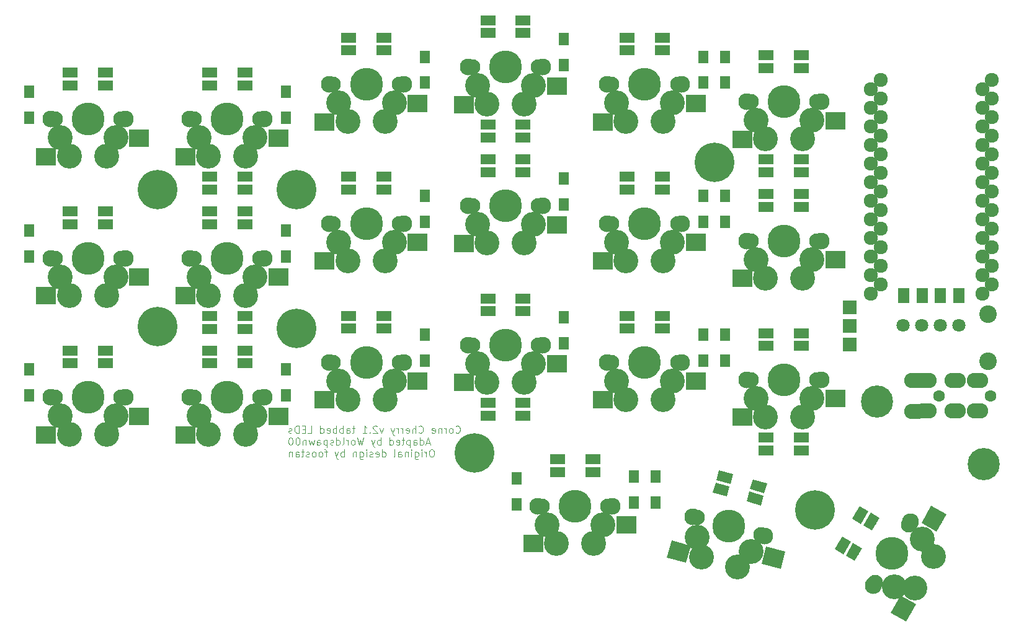
<source format=gbs>
G04 #@! TF.GenerationSoftware,KiCad,Pcbnew,(5.1.2)-1*
G04 #@! TF.CreationDate,2020-04-25T11:30:18-05:00*
G04 #@! TF.ProjectId,corneWS2812,636f726e-6557-4533-9238-31322e6b6963,2.1*
G04 #@! TF.SameCoordinates,Original*
G04 #@! TF.FileFunction,Soldermask,Bot*
G04 #@! TF.FilePolarity,Negative*
%FSLAX46Y46*%
G04 Gerber Fmt 4.6, Leading zero omitted, Abs format (unit mm)*
G04 Created by KiCad (PCBNEW (5.1.2)-1) date 2020-04-25 11:30:18*
%MOMM*%
%LPD*%
G04 APERTURE LIST*
%ADD10C,0.125000*%
%ADD11R,2.000000X1.400000*%
%ADD12C,1.400000*%
%ADD13C,0.100000*%
%ADD14C,1.600000*%
%ADD15O,2.900000X2.100000*%
%ADD16R,1.543000X1.035000*%
%ADD17C,2.100000*%
%ADD18R,2.700000X2.400000*%
%ADD19C,2.300000*%
%ADD20C,4.500000*%
%ADD21C,3.400000*%
%ADD22C,2.400000*%
%ADD23C,1.924000*%
%ADD24R,1.350000X1.700000*%
%ADD25R,1.924000X1.924000*%
%ADD26C,1.797000*%
%ADD27C,5.400000*%
%ADD28C,4.400000*%
G04 APERTURE END LIST*
D10*
X120201250Y-119922142D02*
X120248869Y-119969761D01*
X120391726Y-120017380D01*
X120486964Y-120017380D01*
X120629821Y-119969761D01*
X120725059Y-119874523D01*
X120772678Y-119779285D01*
X120820297Y-119588809D01*
X120820297Y-119445952D01*
X120772678Y-119255476D01*
X120725059Y-119160238D01*
X120629821Y-119065000D01*
X120486964Y-119017380D01*
X120391726Y-119017380D01*
X120248869Y-119065000D01*
X120201250Y-119112619D01*
X119629821Y-120017380D02*
X119725059Y-119969761D01*
X119772678Y-119922142D01*
X119820297Y-119826904D01*
X119820297Y-119541190D01*
X119772678Y-119445952D01*
X119725059Y-119398333D01*
X119629821Y-119350714D01*
X119486964Y-119350714D01*
X119391726Y-119398333D01*
X119344107Y-119445952D01*
X119296488Y-119541190D01*
X119296488Y-119826904D01*
X119344107Y-119922142D01*
X119391726Y-119969761D01*
X119486964Y-120017380D01*
X119629821Y-120017380D01*
X118867916Y-120017380D02*
X118867916Y-119350714D01*
X118867916Y-119541190D02*
X118820297Y-119445952D01*
X118772678Y-119398333D01*
X118677440Y-119350714D01*
X118582202Y-119350714D01*
X118248869Y-119350714D02*
X118248869Y-120017380D01*
X118248869Y-119445952D02*
X118201250Y-119398333D01*
X118106011Y-119350714D01*
X117963154Y-119350714D01*
X117867916Y-119398333D01*
X117820297Y-119493571D01*
X117820297Y-120017380D01*
X116963154Y-119969761D02*
X117058392Y-120017380D01*
X117248869Y-120017380D01*
X117344107Y-119969761D01*
X117391726Y-119874523D01*
X117391726Y-119493571D01*
X117344107Y-119398333D01*
X117248869Y-119350714D01*
X117058392Y-119350714D01*
X116963154Y-119398333D01*
X116915535Y-119493571D01*
X116915535Y-119588809D01*
X117391726Y-119684047D01*
X115153630Y-119922142D02*
X115201250Y-119969761D01*
X115344107Y-120017380D01*
X115439345Y-120017380D01*
X115582202Y-119969761D01*
X115677440Y-119874523D01*
X115725059Y-119779285D01*
X115772678Y-119588809D01*
X115772678Y-119445952D01*
X115725059Y-119255476D01*
X115677440Y-119160238D01*
X115582202Y-119065000D01*
X115439345Y-119017380D01*
X115344107Y-119017380D01*
X115201250Y-119065000D01*
X115153630Y-119112619D01*
X114725059Y-120017380D02*
X114725059Y-119017380D01*
X114296488Y-120017380D02*
X114296488Y-119493571D01*
X114344107Y-119398333D01*
X114439345Y-119350714D01*
X114582202Y-119350714D01*
X114677440Y-119398333D01*
X114725059Y-119445952D01*
X113439345Y-119969761D02*
X113534583Y-120017380D01*
X113725059Y-120017380D01*
X113820297Y-119969761D01*
X113867916Y-119874523D01*
X113867916Y-119493571D01*
X113820297Y-119398333D01*
X113725059Y-119350714D01*
X113534583Y-119350714D01*
X113439345Y-119398333D01*
X113391726Y-119493571D01*
X113391726Y-119588809D01*
X113867916Y-119684047D01*
X112963154Y-120017380D02*
X112963154Y-119350714D01*
X112963154Y-119541190D02*
X112915535Y-119445952D01*
X112867916Y-119398333D01*
X112772678Y-119350714D01*
X112677440Y-119350714D01*
X112344107Y-120017380D02*
X112344107Y-119350714D01*
X112344107Y-119541190D02*
X112296488Y-119445952D01*
X112248869Y-119398333D01*
X112153630Y-119350714D01*
X112058392Y-119350714D01*
X111820297Y-119350714D02*
X111582202Y-120017380D01*
X111344107Y-119350714D02*
X111582202Y-120017380D01*
X111677440Y-120255476D01*
X111725059Y-120303095D01*
X111820297Y-120350714D01*
X110296488Y-119350714D02*
X110058392Y-120017380D01*
X109820297Y-119350714D01*
X109486964Y-119112619D02*
X109439345Y-119065000D01*
X109344107Y-119017380D01*
X109106011Y-119017380D01*
X109010773Y-119065000D01*
X108963154Y-119112619D01*
X108915535Y-119207857D01*
X108915535Y-119303095D01*
X108963154Y-119445952D01*
X109534583Y-120017380D01*
X108915535Y-120017380D01*
X108486964Y-119922142D02*
X108439345Y-119969761D01*
X108486964Y-120017380D01*
X108534583Y-119969761D01*
X108486964Y-119922142D01*
X108486964Y-120017380D01*
X107486964Y-120017380D02*
X108058392Y-120017380D01*
X107772678Y-120017380D02*
X107772678Y-119017380D01*
X107867916Y-119160238D01*
X107963154Y-119255476D01*
X108058392Y-119303095D01*
X106439345Y-119350714D02*
X106058392Y-119350714D01*
X106296488Y-119017380D02*
X106296488Y-119874523D01*
X106248869Y-119969761D01*
X106153630Y-120017380D01*
X106058392Y-120017380D01*
X105296488Y-120017380D02*
X105296488Y-119493571D01*
X105344107Y-119398333D01*
X105439345Y-119350714D01*
X105629821Y-119350714D01*
X105725059Y-119398333D01*
X105296488Y-119969761D02*
X105391726Y-120017380D01*
X105629821Y-120017380D01*
X105725059Y-119969761D01*
X105772678Y-119874523D01*
X105772678Y-119779285D01*
X105725059Y-119684047D01*
X105629821Y-119636428D01*
X105391726Y-119636428D01*
X105296488Y-119588809D01*
X104820297Y-120017380D02*
X104820297Y-119017380D01*
X104820297Y-119398333D02*
X104725059Y-119350714D01*
X104534583Y-119350714D01*
X104439345Y-119398333D01*
X104391726Y-119445952D01*
X104344107Y-119541190D01*
X104344107Y-119826904D01*
X104391726Y-119922142D01*
X104439345Y-119969761D01*
X104534583Y-120017380D01*
X104725059Y-120017380D01*
X104820297Y-119969761D01*
X103915535Y-120017380D02*
X103915535Y-119017380D01*
X103915535Y-119398333D02*
X103820297Y-119350714D01*
X103629821Y-119350714D01*
X103534583Y-119398333D01*
X103486964Y-119445952D01*
X103439345Y-119541190D01*
X103439345Y-119826904D01*
X103486964Y-119922142D01*
X103534583Y-119969761D01*
X103629821Y-120017380D01*
X103820297Y-120017380D01*
X103915535Y-119969761D01*
X102629821Y-119969761D02*
X102725059Y-120017380D01*
X102915535Y-120017380D01*
X103010773Y-119969761D01*
X103058392Y-119874523D01*
X103058392Y-119493571D01*
X103010773Y-119398333D01*
X102915535Y-119350714D01*
X102725059Y-119350714D01*
X102629821Y-119398333D01*
X102582202Y-119493571D01*
X102582202Y-119588809D01*
X103058392Y-119684047D01*
X101725059Y-120017380D02*
X101725059Y-119017380D01*
X101725059Y-119969761D02*
X101820297Y-120017380D01*
X102010773Y-120017380D01*
X102106011Y-119969761D01*
X102153630Y-119922142D01*
X102201250Y-119826904D01*
X102201250Y-119541190D01*
X102153630Y-119445952D01*
X102106011Y-119398333D01*
X102010773Y-119350714D01*
X101820297Y-119350714D01*
X101725059Y-119398333D01*
X100010773Y-120017380D02*
X100486964Y-120017380D01*
X100486964Y-119017380D01*
X99677440Y-119493571D02*
X99344107Y-119493571D01*
X99201250Y-120017380D02*
X99677440Y-120017380D01*
X99677440Y-119017380D01*
X99201250Y-119017380D01*
X98772678Y-120017380D02*
X98772678Y-119017380D01*
X98534583Y-119017380D01*
X98391726Y-119065000D01*
X98296488Y-119160238D01*
X98248869Y-119255476D01*
X98201250Y-119445952D01*
X98201250Y-119588809D01*
X98248869Y-119779285D01*
X98296488Y-119874523D01*
X98391726Y-119969761D01*
X98534583Y-120017380D01*
X98772678Y-120017380D01*
X97820297Y-119969761D02*
X97725059Y-120017380D01*
X97534583Y-120017380D01*
X97439345Y-119969761D01*
X97391726Y-119874523D01*
X97391726Y-119826904D01*
X97439345Y-119731666D01*
X97534583Y-119684047D01*
X97677440Y-119684047D01*
X97772678Y-119636428D01*
X97820297Y-119541190D01*
X97820297Y-119493571D01*
X97772678Y-119398333D01*
X97677440Y-119350714D01*
X97534583Y-119350714D01*
X97439345Y-119398333D01*
X116677440Y-121356666D02*
X116201250Y-121356666D01*
X116772678Y-121642380D02*
X116439345Y-120642380D01*
X116106011Y-121642380D01*
X115344107Y-121642380D02*
X115344107Y-120642380D01*
X115344107Y-121594761D02*
X115439345Y-121642380D01*
X115629821Y-121642380D01*
X115725059Y-121594761D01*
X115772678Y-121547142D01*
X115820297Y-121451904D01*
X115820297Y-121166190D01*
X115772678Y-121070952D01*
X115725059Y-121023333D01*
X115629821Y-120975714D01*
X115439345Y-120975714D01*
X115344107Y-121023333D01*
X114439345Y-121642380D02*
X114439345Y-121118571D01*
X114486964Y-121023333D01*
X114582202Y-120975714D01*
X114772678Y-120975714D01*
X114867916Y-121023333D01*
X114439345Y-121594761D02*
X114534583Y-121642380D01*
X114772678Y-121642380D01*
X114867916Y-121594761D01*
X114915535Y-121499523D01*
X114915535Y-121404285D01*
X114867916Y-121309047D01*
X114772678Y-121261428D01*
X114534583Y-121261428D01*
X114439345Y-121213809D01*
X113963154Y-120975714D02*
X113963154Y-121975714D01*
X113963154Y-121023333D02*
X113867916Y-120975714D01*
X113677440Y-120975714D01*
X113582202Y-121023333D01*
X113534583Y-121070952D01*
X113486964Y-121166190D01*
X113486964Y-121451904D01*
X113534583Y-121547142D01*
X113582202Y-121594761D01*
X113677440Y-121642380D01*
X113867916Y-121642380D01*
X113963154Y-121594761D01*
X113201250Y-120975714D02*
X112820297Y-120975714D01*
X113058392Y-120642380D02*
X113058392Y-121499523D01*
X113010773Y-121594761D01*
X112915535Y-121642380D01*
X112820297Y-121642380D01*
X112106011Y-121594761D02*
X112201250Y-121642380D01*
X112391726Y-121642380D01*
X112486964Y-121594761D01*
X112534583Y-121499523D01*
X112534583Y-121118571D01*
X112486964Y-121023333D01*
X112391726Y-120975714D01*
X112201250Y-120975714D01*
X112106011Y-121023333D01*
X112058392Y-121118571D01*
X112058392Y-121213809D01*
X112534583Y-121309047D01*
X111201250Y-121642380D02*
X111201250Y-120642380D01*
X111201250Y-121594761D02*
X111296488Y-121642380D01*
X111486964Y-121642380D01*
X111582202Y-121594761D01*
X111629821Y-121547142D01*
X111677440Y-121451904D01*
X111677440Y-121166190D01*
X111629821Y-121070952D01*
X111582202Y-121023333D01*
X111486964Y-120975714D01*
X111296488Y-120975714D01*
X111201250Y-121023333D01*
X109963154Y-121642380D02*
X109963154Y-120642380D01*
X109963154Y-121023333D02*
X109867916Y-120975714D01*
X109677440Y-120975714D01*
X109582202Y-121023333D01*
X109534583Y-121070952D01*
X109486964Y-121166190D01*
X109486964Y-121451904D01*
X109534583Y-121547142D01*
X109582202Y-121594761D01*
X109677440Y-121642380D01*
X109867916Y-121642380D01*
X109963154Y-121594761D01*
X109153630Y-120975714D02*
X108915535Y-121642380D01*
X108677440Y-120975714D02*
X108915535Y-121642380D01*
X109010773Y-121880476D01*
X109058392Y-121928095D01*
X109153630Y-121975714D01*
X107629821Y-120642380D02*
X107391726Y-121642380D01*
X107201250Y-120928095D01*
X107010773Y-121642380D01*
X106772678Y-120642380D01*
X106248869Y-121642380D02*
X106344107Y-121594761D01*
X106391726Y-121547142D01*
X106439345Y-121451904D01*
X106439345Y-121166190D01*
X106391726Y-121070952D01*
X106344107Y-121023333D01*
X106248869Y-120975714D01*
X106106011Y-120975714D01*
X106010773Y-121023333D01*
X105963154Y-121070952D01*
X105915535Y-121166190D01*
X105915535Y-121451904D01*
X105963154Y-121547142D01*
X106010773Y-121594761D01*
X106106011Y-121642380D01*
X106248869Y-121642380D01*
X105486964Y-121642380D02*
X105486964Y-120975714D01*
X105486964Y-121166190D02*
X105439345Y-121070952D01*
X105391726Y-121023333D01*
X105296488Y-120975714D01*
X105201250Y-120975714D01*
X104725059Y-121642380D02*
X104820297Y-121594761D01*
X104867916Y-121499523D01*
X104867916Y-120642380D01*
X103915535Y-121642380D02*
X103915535Y-120642380D01*
X103915535Y-121594761D02*
X104010773Y-121642380D01*
X104201250Y-121642380D01*
X104296488Y-121594761D01*
X104344107Y-121547142D01*
X104391726Y-121451904D01*
X104391726Y-121166190D01*
X104344107Y-121070952D01*
X104296488Y-121023333D01*
X104201250Y-120975714D01*
X104010773Y-120975714D01*
X103915535Y-121023333D01*
X103486964Y-121594761D02*
X103391726Y-121642380D01*
X103201250Y-121642380D01*
X103106011Y-121594761D01*
X103058392Y-121499523D01*
X103058392Y-121451904D01*
X103106011Y-121356666D01*
X103201250Y-121309047D01*
X103344107Y-121309047D01*
X103439345Y-121261428D01*
X103486964Y-121166190D01*
X103486964Y-121118571D01*
X103439345Y-121023333D01*
X103344107Y-120975714D01*
X103201250Y-120975714D01*
X103106011Y-121023333D01*
X102629821Y-120975714D02*
X102629821Y-121975714D01*
X102629821Y-121023333D02*
X102534583Y-120975714D01*
X102344107Y-120975714D01*
X102248869Y-121023333D01*
X102201250Y-121070952D01*
X102153630Y-121166190D01*
X102153630Y-121451904D01*
X102201250Y-121547142D01*
X102248869Y-121594761D01*
X102344107Y-121642380D01*
X102534583Y-121642380D01*
X102629821Y-121594761D01*
X101296488Y-121642380D02*
X101296488Y-121118571D01*
X101344107Y-121023333D01*
X101439345Y-120975714D01*
X101629821Y-120975714D01*
X101725059Y-121023333D01*
X101296488Y-121594761D02*
X101391726Y-121642380D01*
X101629821Y-121642380D01*
X101725059Y-121594761D01*
X101772678Y-121499523D01*
X101772678Y-121404285D01*
X101725059Y-121309047D01*
X101629821Y-121261428D01*
X101391726Y-121261428D01*
X101296488Y-121213809D01*
X100915535Y-120975714D02*
X100725059Y-121642380D01*
X100534583Y-121166190D01*
X100344107Y-121642380D01*
X100153630Y-120975714D01*
X99772678Y-120975714D02*
X99772678Y-121642380D01*
X99772678Y-121070952D02*
X99725059Y-121023333D01*
X99629821Y-120975714D01*
X99486964Y-120975714D01*
X99391726Y-121023333D01*
X99344107Y-121118571D01*
X99344107Y-121642380D01*
X98677440Y-120642380D02*
X98582202Y-120642380D01*
X98486964Y-120690000D01*
X98439345Y-120737619D01*
X98391726Y-120832857D01*
X98344107Y-121023333D01*
X98344107Y-121261428D01*
X98391726Y-121451904D01*
X98439345Y-121547142D01*
X98486964Y-121594761D01*
X98582202Y-121642380D01*
X98677440Y-121642380D01*
X98772678Y-121594761D01*
X98820297Y-121547142D01*
X98867916Y-121451904D01*
X98915535Y-121261428D01*
X98915535Y-121023333D01*
X98867916Y-120832857D01*
X98820297Y-120737619D01*
X98772678Y-120690000D01*
X98677440Y-120642380D01*
X97725059Y-120642380D02*
X97629821Y-120642380D01*
X97534583Y-120690000D01*
X97486964Y-120737619D01*
X97439345Y-120832857D01*
X97391726Y-121023333D01*
X97391726Y-121261428D01*
X97439345Y-121451904D01*
X97486964Y-121547142D01*
X97534583Y-121594761D01*
X97629821Y-121642380D01*
X97725059Y-121642380D01*
X97820297Y-121594761D01*
X97867916Y-121547142D01*
X97915535Y-121451904D01*
X97963154Y-121261428D01*
X97963154Y-121023333D01*
X97915535Y-120832857D01*
X97867916Y-120737619D01*
X97820297Y-120690000D01*
X97725059Y-120642380D01*
X117010773Y-122267380D02*
X116820297Y-122267380D01*
X116725059Y-122315000D01*
X116629821Y-122410238D01*
X116582202Y-122600714D01*
X116582202Y-122934047D01*
X116629821Y-123124523D01*
X116725059Y-123219761D01*
X116820297Y-123267380D01*
X117010773Y-123267380D01*
X117106011Y-123219761D01*
X117201250Y-123124523D01*
X117248869Y-122934047D01*
X117248869Y-122600714D01*
X117201250Y-122410238D01*
X117106011Y-122315000D01*
X117010773Y-122267380D01*
X116153630Y-123267380D02*
X116153630Y-122600714D01*
X116153630Y-122791190D02*
X116106011Y-122695952D01*
X116058392Y-122648333D01*
X115963154Y-122600714D01*
X115867916Y-122600714D01*
X115534583Y-123267380D02*
X115534583Y-122600714D01*
X115534583Y-122267380D02*
X115582202Y-122315000D01*
X115534583Y-122362619D01*
X115486964Y-122315000D01*
X115534583Y-122267380D01*
X115534583Y-122362619D01*
X114629821Y-122600714D02*
X114629821Y-123410238D01*
X114677440Y-123505476D01*
X114725059Y-123553095D01*
X114820297Y-123600714D01*
X114963154Y-123600714D01*
X115058392Y-123553095D01*
X114629821Y-123219761D02*
X114725059Y-123267380D01*
X114915535Y-123267380D01*
X115010773Y-123219761D01*
X115058392Y-123172142D01*
X115106011Y-123076904D01*
X115106011Y-122791190D01*
X115058392Y-122695952D01*
X115010773Y-122648333D01*
X114915535Y-122600714D01*
X114725059Y-122600714D01*
X114629821Y-122648333D01*
X114153630Y-123267380D02*
X114153630Y-122600714D01*
X114153630Y-122267380D02*
X114201250Y-122315000D01*
X114153630Y-122362619D01*
X114106011Y-122315000D01*
X114153630Y-122267380D01*
X114153630Y-122362619D01*
X113677440Y-122600714D02*
X113677440Y-123267380D01*
X113677440Y-122695952D02*
X113629821Y-122648333D01*
X113534583Y-122600714D01*
X113391726Y-122600714D01*
X113296488Y-122648333D01*
X113248869Y-122743571D01*
X113248869Y-123267380D01*
X112344107Y-123267380D02*
X112344107Y-122743571D01*
X112391726Y-122648333D01*
X112486964Y-122600714D01*
X112677440Y-122600714D01*
X112772678Y-122648333D01*
X112344107Y-123219761D02*
X112439345Y-123267380D01*
X112677440Y-123267380D01*
X112772678Y-123219761D01*
X112820297Y-123124523D01*
X112820297Y-123029285D01*
X112772678Y-122934047D01*
X112677440Y-122886428D01*
X112439345Y-122886428D01*
X112344107Y-122838809D01*
X111725059Y-123267380D02*
X111820297Y-123219761D01*
X111867916Y-123124523D01*
X111867916Y-122267380D01*
X110153630Y-123267380D02*
X110153630Y-122267380D01*
X110153630Y-123219761D02*
X110248869Y-123267380D01*
X110439345Y-123267380D01*
X110534583Y-123219761D01*
X110582202Y-123172142D01*
X110629821Y-123076904D01*
X110629821Y-122791190D01*
X110582202Y-122695952D01*
X110534583Y-122648333D01*
X110439345Y-122600714D01*
X110248869Y-122600714D01*
X110153630Y-122648333D01*
X109296488Y-123219761D02*
X109391726Y-123267380D01*
X109582202Y-123267380D01*
X109677440Y-123219761D01*
X109725059Y-123124523D01*
X109725059Y-122743571D01*
X109677440Y-122648333D01*
X109582202Y-122600714D01*
X109391726Y-122600714D01*
X109296488Y-122648333D01*
X109248869Y-122743571D01*
X109248869Y-122838809D01*
X109725059Y-122934047D01*
X108867916Y-123219761D02*
X108772678Y-123267380D01*
X108582202Y-123267380D01*
X108486964Y-123219761D01*
X108439345Y-123124523D01*
X108439345Y-123076904D01*
X108486964Y-122981666D01*
X108582202Y-122934047D01*
X108725059Y-122934047D01*
X108820297Y-122886428D01*
X108867916Y-122791190D01*
X108867916Y-122743571D01*
X108820297Y-122648333D01*
X108725059Y-122600714D01*
X108582202Y-122600714D01*
X108486964Y-122648333D01*
X108010773Y-123267380D02*
X108010773Y-122600714D01*
X108010773Y-122267380D02*
X108058392Y-122315000D01*
X108010773Y-122362619D01*
X107963154Y-122315000D01*
X108010773Y-122267380D01*
X108010773Y-122362619D01*
X107106011Y-122600714D02*
X107106011Y-123410238D01*
X107153630Y-123505476D01*
X107201250Y-123553095D01*
X107296488Y-123600714D01*
X107439345Y-123600714D01*
X107534583Y-123553095D01*
X107106011Y-123219761D02*
X107201250Y-123267380D01*
X107391726Y-123267380D01*
X107486964Y-123219761D01*
X107534583Y-123172142D01*
X107582202Y-123076904D01*
X107582202Y-122791190D01*
X107534583Y-122695952D01*
X107486964Y-122648333D01*
X107391726Y-122600714D01*
X107201250Y-122600714D01*
X107106011Y-122648333D01*
X106629821Y-122600714D02*
X106629821Y-123267380D01*
X106629821Y-122695952D02*
X106582202Y-122648333D01*
X106486964Y-122600714D01*
X106344107Y-122600714D01*
X106248869Y-122648333D01*
X106201250Y-122743571D01*
X106201250Y-123267380D01*
X104963154Y-123267380D02*
X104963154Y-122267380D01*
X104963154Y-122648333D02*
X104867916Y-122600714D01*
X104677440Y-122600714D01*
X104582202Y-122648333D01*
X104534583Y-122695952D01*
X104486964Y-122791190D01*
X104486964Y-123076904D01*
X104534583Y-123172142D01*
X104582202Y-123219761D01*
X104677440Y-123267380D01*
X104867916Y-123267380D01*
X104963154Y-123219761D01*
X104153630Y-122600714D02*
X103915535Y-123267380D01*
X103677440Y-122600714D02*
X103915535Y-123267380D01*
X104010773Y-123505476D01*
X104058392Y-123553095D01*
X104153630Y-123600714D01*
X102677440Y-122600714D02*
X102296488Y-122600714D01*
X102534583Y-123267380D02*
X102534583Y-122410238D01*
X102486964Y-122315000D01*
X102391726Y-122267380D01*
X102296488Y-122267380D01*
X101820297Y-123267380D02*
X101915535Y-123219761D01*
X101963154Y-123172142D01*
X102010773Y-123076904D01*
X102010773Y-122791190D01*
X101963154Y-122695952D01*
X101915535Y-122648333D01*
X101820297Y-122600714D01*
X101677440Y-122600714D01*
X101582202Y-122648333D01*
X101534583Y-122695952D01*
X101486964Y-122791190D01*
X101486964Y-123076904D01*
X101534583Y-123172142D01*
X101582202Y-123219761D01*
X101677440Y-123267380D01*
X101820297Y-123267380D01*
X100915535Y-123267380D02*
X101010773Y-123219761D01*
X101058392Y-123172142D01*
X101106011Y-123076904D01*
X101106011Y-122791190D01*
X101058392Y-122695952D01*
X101010773Y-122648333D01*
X100915535Y-122600714D01*
X100772678Y-122600714D01*
X100677440Y-122648333D01*
X100629821Y-122695952D01*
X100582202Y-122791190D01*
X100582202Y-123076904D01*
X100629821Y-123172142D01*
X100677440Y-123219761D01*
X100772678Y-123267380D01*
X100915535Y-123267380D01*
X100201250Y-123219761D02*
X100106011Y-123267380D01*
X99915535Y-123267380D01*
X99820297Y-123219761D01*
X99772678Y-123124523D01*
X99772678Y-123076904D01*
X99820297Y-122981666D01*
X99915535Y-122934047D01*
X100058392Y-122934047D01*
X100153630Y-122886428D01*
X100201250Y-122791190D01*
X100201250Y-122743571D01*
X100153630Y-122648333D01*
X100058392Y-122600714D01*
X99915535Y-122600714D01*
X99820297Y-122648333D01*
X99486964Y-122600714D02*
X99106011Y-122600714D01*
X99344107Y-122267380D02*
X99344107Y-123124523D01*
X99296488Y-123219761D01*
X99201250Y-123267380D01*
X99106011Y-123267380D01*
X98344107Y-123267380D02*
X98344107Y-122743571D01*
X98391726Y-122648333D01*
X98486964Y-122600714D01*
X98677440Y-122600714D01*
X98772678Y-122648333D01*
X98344107Y-123219761D02*
X98439345Y-123267380D01*
X98677440Y-123267380D01*
X98772678Y-123219761D01*
X98820297Y-123124523D01*
X98820297Y-123029285D01*
X98772678Y-122934047D01*
X98677440Y-122886428D01*
X98439345Y-122886428D01*
X98344107Y-122838809D01*
X97867916Y-122600714D02*
X97867916Y-123267380D01*
X97867916Y-122695952D02*
X97820297Y-122648333D01*
X97725059Y-122600714D01*
X97582202Y-122600714D01*
X97486964Y-122648333D01*
X97439345Y-122743571D01*
X97439345Y-123267380D01*
D11*
X167400000Y-122389000D03*
X167400000Y-120611000D03*
X162600000Y-120611000D03*
X162600000Y-122389000D03*
X129400000Y-117689000D03*
X129400000Y-115911000D03*
X124600000Y-115911000D03*
X124600000Y-117689000D03*
X91400000Y-105789000D03*
X91400000Y-104011000D03*
X86600000Y-104011000D03*
X86600000Y-105789000D03*
X86600000Y-85011000D03*
X86600000Y-86789000D03*
X91400000Y-86789000D03*
X91400000Y-85011000D03*
X124600000Y-77911000D03*
X124600000Y-79689000D03*
X129400000Y-79689000D03*
X129400000Y-77911000D03*
X162600000Y-82611000D03*
X162600000Y-84389000D03*
X167400000Y-84389000D03*
X167400000Y-82611000D03*
X167400000Y-89125000D03*
X167400000Y-87375000D03*
X162600000Y-87375000D03*
X162600000Y-89125000D03*
X138900000Y-125375000D03*
X138900000Y-123625000D03*
X134100000Y-123625000D03*
X134100000Y-125375000D03*
X72400000Y-110500000D03*
X72400000Y-108750000D03*
X67600000Y-108750000D03*
X67600000Y-110500000D03*
X148400000Y-86750000D03*
X148400000Y-85000000D03*
X143600000Y-85000000D03*
X143600000Y-86750000D03*
D12*
X173042228Y-135390961D03*
D13*
G36*
X172936010Y-134174936D02*
G01*
X174148446Y-134874936D01*
X173148446Y-136606986D01*
X171936010Y-135906986D01*
X172936010Y-134174936D01*
X172936010Y-134174936D01*
G37*
D12*
X174557772Y-136265961D03*
D13*
G36*
X174451554Y-135049936D02*
G01*
X175663990Y-135749936D01*
X174663990Y-137481986D01*
X173451554Y-136781986D01*
X174451554Y-135049936D01*
X174451554Y-135049936D01*
G37*
D12*
X176957772Y-132109039D03*
D13*
G36*
X176851554Y-130893014D02*
G01*
X178063990Y-131593014D01*
X177063990Y-133325064D01*
X175851554Y-132625064D01*
X176851554Y-130893014D01*
X176851554Y-130893014D01*
G37*
D12*
X175442228Y-131234039D03*
D13*
G36*
X175336010Y-130018014D02*
G01*
X176548446Y-130718014D01*
X175548446Y-132450064D01*
X174336010Y-131750064D01*
X175336010Y-130018014D01*
X175336010Y-130018014D01*
G37*
D12*
X161091755Y-128966351D03*
D13*
G36*
X159944656Y-129383680D02*
G01*
X160307003Y-128031384D01*
X162238854Y-128549022D01*
X161876507Y-129901318D01*
X159944656Y-129383680D01*
X159944656Y-129383680D01*
G37*
D12*
X161544689Y-127275981D03*
D13*
G36*
X160397590Y-127693310D02*
G01*
X160759937Y-126341014D01*
X162691788Y-126858652D01*
X162329441Y-128210948D01*
X160397590Y-127693310D01*
X160397590Y-127693310D01*
G37*
D12*
X156908245Y-126033649D03*
D13*
G36*
X155761146Y-126450978D02*
G01*
X156123493Y-125098682D01*
X158055344Y-125616320D01*
X157692997Y-126968616D01*
X155761146Y-126450978D01*
X155761146Y-126450978D01*
G37*
D12*
X156455311Y-127724019D03*
D13*
G36*
X155308212Y-128141348D02*
G01*
X155670559Y-126789052D01*
X157602410Y-127306690D01*
X157240063Y-128658986D01*
X155308212Y-128141348D01*
X155308212Y-128141348D01*
G37*
D11*
X167400000Y-108125000D03*
X167400000Y-106375000D03*
X162600000Y-106375000D03*
X162600000Y-108125000D03*
X148400000Y-105750000D03*
X148400000Y-104000000D03*
X143600000Y-104000000D03*
X143600000Y-105750000D03*
X129400000Y-103375000D03*
X129400000Y-101625000D03*
X124600000Y-101625000D03*
X124600000Y-103375000D03*
X110400000Y-105750000D03*
X110400000Y-104000000D03*
X105600000Y-104000000D03*
X105600000Y-105750000D03*
X91400000Y-110500000D03*
X91400000Y-108750000D03*
X86600000Y-108750000D03*
X86600000Y-110500000D03*
X129400000Y-84375000D03*
X129400000Y-82625000D03*
X124600000Y-82625000D03*
X124600000Y-84375000D03*
X110400000Y-86750000D03*
X110400000Y-85000000D03*
X105600000Y-85000000D03*
X105600000Y-86750000D03*
X91400000Y-91500000D03*
X91400000Y-89750000D03*
X86600000Y-89750000D03*
X86600000Y-91500000D03*
X72400000Y-91500000D03*
X72400000Y-89750000D03*
X67600000Y-89750000D03*
X67600000Y-91500000D03*
X167400000Y-70125000D03*
X167400000Y-68375000D03*
X162600000Y-68375000D03*
X162600000Y-70125000D03*
X148400000Y-67750000D03*
X148400000Y-66000000D03*
X143600000Y-66000000D03*
X143600000Y-67750000D03*
X129400000Y-65375000D03*
X129400000Y-63625000D03*
X124600000Y-63625000D03*
X124600000Y-65375000D03*
X110400000Y-67750000D03*
X110400000Y-66000000D03*
X105600000Y-66000000D03*
X105600000Y-67750000D03*
X91400000Y-72500000D03*
X91400000Y-70750000D03*
X86600000Y-70750000D03*
X86600000Y-72500000D03*
X72400000Y-72500000D03*
X72400000Y-70750000D03*
X67600000Y-70750000D03*
X67600000Y-72500000D03*
D14*
X186200000Y-114950000D03*
X193200000Y-114950000D03*
D15*
X184400000Y-112850000D03*
X182900000Y-117050000D03*
X191400000Y-112850000D03*
X188400000Y-112850000D03*
D14*
X193200000Y-114922000D03*
X186200000Y-114922000D03*
D15*
X191400000Y-117022000D03*
X188400000Y-117022000D03*
X184400000Y-117022000D03*
X182900000Y-112822000D03*
D16*
X188875000Y-100749620D03*
X188875000Y-101750380D03*
D17*
X160500000Y-112750000D03*
X169500000Y-112750000D03*
D18*
X159300000Y-117870000D03*
D19*
X170080000Y-112750000D03*
X159920000Y-112750000D03*
D20*
X165000000Y-112750000D03*
D21*
X162460000Y-117830000D03*
X161190000Y-115290001D03*
X167540000Y-117830000D03*
X168810000Y-115290000D03*
D18*
X172000000Y-115330000D03*
D17*
X103500000Y-72375000D03*
X112500000Y-72375000D03*
D18*
X102300000Y-77495000D03*
D19*
X113080000Y-72375000D03*
X102920000Y-72375000D03*
D20*
X108000000Y-72375000D03*
D21*
X105460000Y-77455000D03*
X104190000Y-74915001D03*
X110540000Y-77455000D03*
X111810000Y-74915000D03*
D18*
X115000000Y-74955000D03*
D17*
X177500000Y-140397114D03*
X182000000Y-132602886D03*
D22*
X181334050Y-143996345D03*
D13*
G36*
X181698280Y-145765479D02*
G01*
X179619820Y-144565479D01*
X180969820Y-142227211D01*
X183048280Y-143427211D01*
X181698280Y-145765479D01*
X181698280Y-145765479D01*
G37*
D19*
X182290000Y-132100591D03*
X177210000Y-140899409D03*
D20*
X179750000Y-136500000D03*
D21*
X182879409Y-141239705D03*
X180044705Y-141069557D03*
X185419409Y-136840295D03*
X183854705Y-134470443D03*
D22*
X185484346Y-131727822D03*
D13*
G36*
X185848576Y-133496956D02*
G01*
X183770116Y-132296956D01*
X185120116Y-129958688D01*
X187198576Y-131158688D01*
X185848576Y-133496956D01*
X185848576Y-133496956D01*
G37*
D17*
X65500000Y-77125000D03*
X74500000Y-77125000D03*
D18*
X64300000Y-82245000D03*
D19*
X75080000Y-77125000D03*
X64920000Y-77125000D03*
D20*
X70000000Y-77125000D03*
D21*
X67460000Y-82205000D03*
X66190000Y-79665001D03*
X72540000Y-82205000D03*
X73810000Y-79665000D03*
D18*
X77000000Y-79705000D03*
D17*
X132000000Y-130000000D03*
X141000000Y-130000000D03*
D18*
X130800000Y-135120000D03*
D19*
X141580000Y-130000000D03*
X131420000Y-130000000D03*
D20*
X136500000Y-130000000D03*
D21*
X133960000Y-135080000D03*
X132690000Y-132540001D03*
X139040000Y-135080000D03*
X140310000Y-132540000D03*
D18*
X143500000Y-132580000D03*
D17*
X103500000Y-110375000D03*
X112500000Y-110375000D03*
D18*
X102300000Y-115495000D03*
D19*
X113080000Y-110375000D03*
X102920000Y-110375000D03*
D20*
X108000000Y-110375000D03*
D21*
X105460000Y-115455000D03*
X104190000Y-112915001D03*
X110540000Y-115455000D03*
X111810000Y-112915000D03*
D18*
X115000000Y-112955000D03*
D17*
X84500000Y-115125000D03*
X93500000Y-115125000D03*
D18*
X83300000Y-120245000D03*
D19*
X94080000Y-115125000D03*
X83920000Y-115125000D03*
D20*
X89000000Y-115125000D03*
D21*
X86460000Y-120205000D03*
X85190000Y-117665001D03*
X91540000Y-120205000D03*
X92810000Y-117665000D03*
D18*
X96000000Y-117705000D03*
D17*
X65500000Y-115125000D03*
X74500000Y-115125000D03*
D18*
X64300000Y-120245000D03*
D19*
X75080000Y-115125000D03*
X64920000Y-115125000D03*
D20*
X70000000Y-115125000D03*
D21*
X67460000Y-120205000D03*
X66190000Y-117665001D03*
X72540000Y-120205000D03*
X73810000Y-117665000D03*
D18*
X77000000Y-117705000D03*
D17*
X160500000Y-93750000D03*
X169500000Y-93750000D03*
D18*
X159300000Y-98870000D03*
D19*
X170080000Y-93750000D03*
X159920000Y-93750000D03*
D20*
X165000000Y-93750000D03*
D21*
X162460000Y-98830000D03*
X161190000Y-96290001D03*
X167540000Y-98830000D03*
X168810000Y-96290000D03*
D18*
X172000000Y-96330000D03*
D17*
X141500000Y-91375000D03*
X150500000Y-91375000D03*
D18*
X140300000Y-96495000D03*
D19*
X151080000Y-91375000D03*
X140920000Y-91375000D03*
D20*
X146000000Y-91375000D03*
D21*
X143460000Y-96455000D03*
X142190000Y-93915001D03*
X148540000Y-96455000D03*
X149810000Y-93915000D03*
D18*
X153000000Y-93955000D03*
D17*
X122500000Y-89000000D03*
X131500000Y-89000000D03*
D18*
X121300000Y-94120000D03*
D19*
X132080000Y-89000000D03*
X121920000Y-89000000D03*
D20*
X127000000Y-89000000D03*
D21*
X124460000Y-94080000D03*
X123190000Y-91540001D03*
X129540000Y-94080000D03*
X130810000Y-91540000D03*
D18*
X134000000Y-91580000D03*
D17*
X103500000Y-91375000D03*
X112500000Y-91375000D03*
D18*
X102300000Y-96495000D03*
D19*
X113080000Y-91375000D03*
X102920000Y-91375000D03*
D20*
X108000000Y-91375000D03*
D21*
X105460000Y-96455000D03*
X104190000Y-93915001D03*
X110540000Y-96455000D03*
X111810000Y-93915000D03*
D18*
X115000000Y-93955000D03*
D17*
X84500000Y-96125000D03*
X93500000Y-96125000D03*
D18*
X83300000Y-101245000D03*
D19*
X94080000Y-96125000D03*
X83920000Y-96125000D03*
D20*
X89000000Y-96125000D03*
D21*
X86460000Y-101205000D03*
X85190000Y-98665001D03*
X91540000Y-101205000D03*
X92810000Y-98665000D03*
D18*
X96000000Y-98705000D03*
D17*
X65500000Y-96125000D03*
X74500000Y-96125000D03*
D18*
X64300000Y-101245000D03*
D19*
X75080000Y-96125000D03*
X64920000Y-96125000D03*
D20*
X70000000Y-96125000D03*
D21*
X67460000Y-101205000D03*
X66190000Y-98665001D03*
X72540000Y-101205000D03*
X73810000Y-98665000D03*
D18*
X77000000Y-98705000D03*
D17*
X160500000Y-74750000D03*
X169500000Y-74750000D03*
D18*
X159300000Y-79870000D03*
D19*
X170080000Y-74750000D03*
X159920000Y-74750000D03*
D20*
X165000000Y-74750000D03*
D21*
X162460000Y-79830000D03*
X161190000Y-77290001D03*
X167540000Y-79830000D03*
X168810000Y-77290000D03*
D18*
X172000000Y-77330000D03*
D17*
X141500000Y-72375000D03*
X150500000Y-72375000D03*
D18*
X140300000Y-77495000D03*
D19*
X151080000Y-72375000D03*
X140920000Y-72375000D03*
D20*
X146000000Y-72375000D03*
D21*
X143460000Y-77455000D03*
X142190000Y-74915001D03*
X148540000Y-77455000D03*
X149810000Y-74915000D03*
D18*
X153000000Y-74955000D03*
D17*
X84500000Y-77125000D03*
X93500000Y-77125000D03*
D18*
X83300000Y-82245000D03*
D19*
X94080000Y-77125000D03*
X83920000Y-77125000D03*
D20*
X89000000Y-77125000D03*
D21*
X86460000Y-82205000D03*
X85190000Y-79665001D03*
X91540000Y-82205000D03*
X92810000Y-79665000D03*
D18*
X96000000Y-79705000D03*
D17*
X141500000Y-110375000D03*
X150500000Y-110375000D03*
D18*
X140300000Y-115495000D03*
D19*
X151080000Y-110375000D03*
X140920000Y-110375000D03*
D20*
X146000000Y-110375000D03*
D21*
X143460000Y-115455000D03*
X142190000Y-112915001D03*
X148540000Y-115455000D03*
X149810000Y-112915000D03*
D18*
X153000000Y-112955000D03*
D17*
X153153334Y-131585314D03*
X161846666Y-133914686D03*
D22*
X150669069Y-136220272D03*
D13*
G36*
X149054486Y-137029977D02*
G01*
X149675652Y-134711755D01*
X152283652Y-135410567D01*
X151662486Y-137728789D01*
X149054486Y-137029977D01*
X149054486Y-137029977D01*
G37*
D19*
X162406903Y-134064801D03*
X152593097Y-131435199D03*
D20*
X157500000Y-132750000D03*
D21*
X153731748Y-136999503D03*
X153162422Y-134217352D03*
X158638651Y-138314304D03*
X160522777Y-136189552D03*
D22*
X163593728Y-137053822D03*
D13*
G36*
X161979145Y-137863527D02*
G01*
X162600311Y-135545305D01*
X165208311Y-136244117D01*
X164587145Y-138562339D01*
X161979145Y-137863527D01*
X161979145Y-137863527D01*
G37*
D17*
X122500000Y-70000000D03*
X131500000Y-70000000D03*
D18*
X121300000Y-75120000D03*
D19*
X132080000Y-70000000D03*
X121920000Y-70000000D03*
D20*
X127000000Y-70000000D03*
D21*
X124460000Y-75080000D03*
X123190000Y-72540001D03*
X129540000Y-75080000D03*
X130810000Y-72540000D03*
D18*
X134000000Y-72580000D03*
D17*
X122500000Y-108000000D03*
X131500000Y-108000000D03*
D18*
X121300000Y-113120000D03*
D19*
X132080000Y-108000000D03*
X121920000Y-108000000D03*
D20*
X127000000Y-108000000D03*
D21*
X124460000Y-113080000D03*
X123190000Y-110540001D03*
X129540000Y-113080000D03*
X130810000Y-110540000D03*
D18*
X134000000Y-110580000D03*
D23*
X192100000Y-73042000D03*
X192100000Y-75582000D03*
X192100000Y-78122000D03*
X192100000Y-80662000D03*
X192100000Y-83202000D03*
X192100000Y-85742000D03*
X192100000Y-88282000D03*
X192100000Y-90822000D03*
X192100000Y-93362000D03*
X192100000Y-95902000D03*
X192100000Y-98442000D03*
X192100000Y-100982000D03*
X176860000Y-100982000D03*
X176860000Y-98442000D03*
X176860000Y-95902000D03*
X176860000Y-93362000D03*
X176860000Y-90822000D03*
X176860000Y-88282000D03*
X176860000Y-85742000D03*
X176860000Y-83202000D03*
X176860000Y-80662000D03*
X176860000Y-78122000D03*
X176860000Y-75582000D03*
X176860000Y-73042000D03*
X193406400Y-71772000D03*
X193406400Y-74312000D03*
X193406400Y-76852000D03*
X193406400Y-79392000D03*
X193406400Y-81932000D03*
X193406400Y-84472000D03*
X193406400Y-87012000D03*
X193406400Y-89552000D03*
X193406400Y-92092000D03*
X193406400Y-94632000D03*
X193406400Y-97172000D03*
X193406400Y-99712000D03*
X178186400Y-99712000D03*
X178186400Y-97172000D03*
X178186400Y-94632000D03*
X178186400Y-92092000D03*
X178186400Y-89552000D03*
X178186400Y-87012000D03*
X178186400Y-84472000D03*
X178186400Y-81932000D03*
X178186400Y-79392000D03*
X178186400Y-76852000D03*
X178186400Y-74312000D03*
X178186400Y-71772000D03*
D24*
X154000000Y-68600000D03*
X154000000Y-72150000D03*
X62000000Y-73350000D03*
X62000000Y-76900000D03*
X97000000Y-73350000D03*
X97000000Y-76900000D03*
X116000000Y-68600000D03*
X116000000Y-72150000D03*
X135000000Y-66225000D03*
X135000000Y-69775000D03*
X157000000Y-68600000D03*
X157000000Y-72150000D03*
X62000000Y-92350000D03*
X62000000Y-95900000D03*
X97000000Y-92350000D03*
X97000000Y-95900000D03*
X116000000Y-87600000D03*
X116000000Y-91150000D03*
X135000000Y-85225000D03*
X135000000Y-88775000D03*
X154000000Y-87600000D03*
X154000000Y-91150000D03*
X157000000Y-87600000D03*
X157000000Y-91150000D03*
X62000000Y-111350000D03*
X62000000Y-114900000D03*
X97000000Y-111350000D03*
X97000000Y-114900000D03*
X116000000Y-106600000D03*
X116000000Y-110150000D03*
X135000000Y-104225000D03*
X135000000Y-107775000D03*
X157000000Y-106600000D03*
X157000000Y-110150000D03*
X128500000Y-126225000D03*
X128500000Y-129775000D03*
X144500000Y-125975000D03*
X144500000Y-129525000D03*
X147500000Y-125975000D03*
X147500000Y-129525000D03*
X154000000Y-106600000D03*
X154000000Y-110150000D03*
D16*
X186375000Y-100749620D03*
X186375000Y-101750380D03*
X183875000Y-100749620D03*
X183875000Y-101750380D03*
X181375000Y-100749620D03*
X181375000Y-101750380D03*
D25*
X174000000Y-102820000D03*
X174000000Y-105360000D03*
X174000000Y-107900000D03*
D26*
X181300000Y-105300000D03*
X183840000Y-105300000D03*
X186380000Y-105300000D03*
X188920000Y-105300000D03*
D27*
X79500000Y-105500000D03*
D28*
X177750000Y-115750000D03*
X192250000Y-124250000D03*
D27*
X79500000Y-86750000D03*
X98500000Y-86750000D03*
X98500000Y-105750000D03*
X155500000Y-83000000D03*
X122750000Y-122750000D03*
X169250000Y-130500000D03*
D22*
X192900000Y-103750000D03*
X192900000Y-110250000D03*
M02*

</source>
